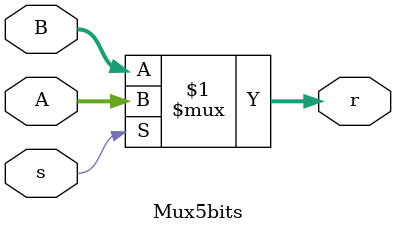
<source format=v>
module Mux5bits (
    input [4:0] A, B,
    input s,
    output [4:0] r
);

assign r = s ? A : B;
    
endmodule
</source>
